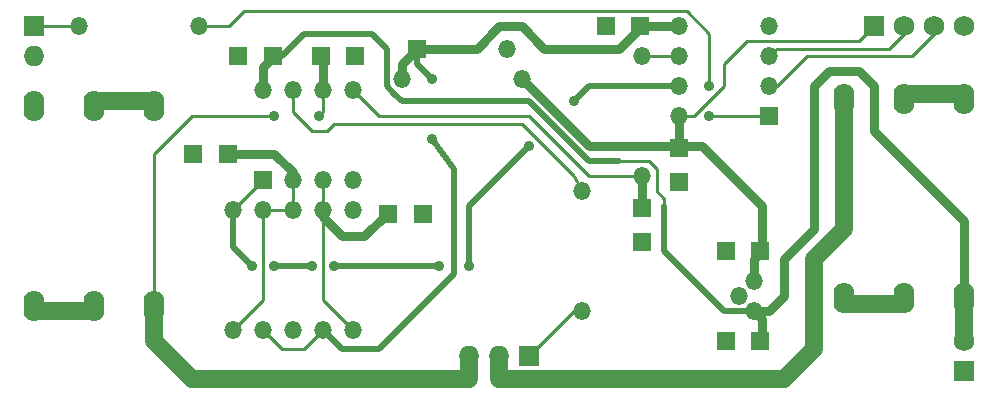
<source format=gtl>
G04 (created by PCBNEW (22-Jun-2014 BZR 4027)-stable) date Sun 11 Feb 2018 06:49:22 AM CST*
%MOIN*%
G04 Gerber Fmt 3.4, Leading zero omitted, Abs format*
%FSLAX34Y34*%
G01*
G70*
G90*
G04 APERTURE LIST*
%ADD10C,0.00590551*%
%ADD11R,0.069X0.069*%
%ADD12O,0.069X0.069*%
%ADD13C,0.069*%
%ADD14O,0.059X0.059*%
%ADD15R,0.059X0.059*%
%ADD16R,0.064X0.059*%
%ADD17R,0.059X0.064*%
%ADD18O,0.069X0.1035*%
%ADD19C,0.035*%
%ADD20C,0.01*%
%ADD21C,0.02*%
%ADD22C,0.03*%
%ADD23C,0.06*%
G04 APERTURE END LIST*
G54D10*
G54D11*
X63000Y-75500D03*
G54D12*
X62000Y-75500D03*
X61000Y-75500D03*
G54D11*
X74500Y-64500D03*
G54D13*
X75500Y-64500D03*
X76500Y-64500D03*
X77500Y-64500D03*
G54D14*
X70500Y-74000D03*
X70000Y-73500D03*
X70500Y-73000D03*
G54D11*
X77500Y-76000D03*
G54D13*
X77500Y-75000D03*
G54D11*
X46500Y-64500D03*
G54D12*
X46500Y-65500D03*
G54D15*
X54125Y-69625D03*
G54D14*
X55125Y-69625D03*
X56125Y-69625D03*
X57125Y-69625D03*
X57125Y-66625D03*
X56125Y-66625D03*
X54125Y-66625D03*
X55125Y-66625D03*
G54D15*
X71000Y-67500D03*
G54D14*
X71000Y-66500D03*
X71000Y-65500D03*
X71000Y-64500D03*
X68000Y-64500D03*
X68000Y-65500D03*
X68000Y-67500D03*
X68000Y-66500D03*
G54D15*
X59250Y-65250D03*
G54D14*
X62250Y-65250D03*
G54D16*
X58300Y-70750D03*
X59450Y-70750D03*
X66700Y-64500D03*
X65550Y-64500D03*
X70700Y-72000D03*
X69550Y-72000D03*
G54D17*
X68000Y-68550D03*
X68000Y-69700D03*
G54D16*
X70700Y-75000D03*
X69550Y-75000D03*
X54450Y-65500D03*
X53300Y-65500D03*
X52950Y-68750D03*
X51800Y-68750D03*
G54D17*
X66750Y-70550D03*
X66750Y-71700D03*
G54D16*
X56050Y-65500D03*
X57200Y-65500D03*
G54D14*
X64750Y-74000D03*
X64750Y-70000D03*
X66750Y-69500D03*
X66750Y-65500D03*
X57125Y-74625D03*
X57125Y-70625D03*
X56125Y-74625D03*
X56125Y-70625D03*
X55125Y-74625D03*
X55125Y-70625D03*
X54125Y-70625D03*
X54125Y-74625D03*
X53125Y-74625D03*
X53125Y-70625D03*
G54D18*
X73500Y-66922D03*
X73500Y-73577D03*
X75500Y-73577D03*
X75500Y-66922D03*
X77500Y-66922D03*
X77500Y-73577D03*
X46500Y-67172D03*
X46500Y-73827D03*
X48500Y-73827D03*
X48500Y-67172D03*
X50500Y-67172D03*
X50500Y-73827D03*
G54D14*
X48000Y-64500D03*
X52000Y-64500D03*
X58750Y-66250D03*
X62750Y-66250D03*
G54D19*
X59750Y-68250D03*
X59750Y-66250D03*
X53750Y-72500D03*
X54500Y-72500D03*
X55750Y-72500D03*
X56500Y-72500D03*
X60000Y-72500D03*
X61000Y-72500D03*
X63000Y-68500D03*
X64500Y-67000D03*
X69000Y-67500D03*
X69000Y-66500D03*
X56000Y-67500D03*
X54500Y-67500D03*
G54D20*
X67500Y-70500D02*
X67500Y-70250D01*
G54D21*
X69500Y-74000D02*
X67500Y-72000D01*
X67500Y-72000D02*
X67500Y-70500D01*
X70500Y-74000D02*
X69500Y-74000D01*
X54750Y-65500D02*
X54500Y-65500D01*
X55500Y-64750D02*
X54750Y-65500D01*
X56500Y-64750D02*
X55500Y-64750D01*
X57750Y-64750D02*
X56500Y-64750D01*
X58250Y-65250D02*
X57750Y-64750D01*
X58250Y-65750D02*
X58250Y-65250D01*
X58250Y-66500D02*
X58250Y-65750D01*
X58500Y-66750D02*
X58250Y-66500D01*
X58750Y-67000D02*
X58500Y-66750D01*
X63000Y-67000D02*
X58750Y-67000D01*
X65000Y-69000D02*
X63000Y-67000D01*
X65000Y-69000D02*
X65000Y-69000D01*
X66000Y-69000D02*
X65000Y-69000D01*
G54D20*
X67000Y-69000D02*
X66000Y-69000D01*
X67250Y-69250D02*
X67000Y-69000D01*
X67250Y-70000D02*
X67250Y-69250D01*
X67500Y-70250D02*
X67250Y-70000D01*
G54D22*
X54125Y-66625D02*
X54125Y-65875D01*
X54125Y-65875D02*
X54500Y-65500D01*
X70750Y-75000D02*
X70750Y-74250D01*
X70750Y-74250D02*
X70500Y-74000D01*
X77500Y-73750D02*
X77500Y-71000D01*
X71000Y-74000D02*
X70500Y-74000D01*
X71500Y-73500D02*
X71000Y-74000D01*
X71500Y-72250D02*
X71500Y-73500D01*
X72500Y-71250D02*
X71500Y-72250D01*
X72500Y-66500D02*
X72500Y-71250D01*
X73000Y-66000D02*
X72500Y-66500D01*
X74000Y-66000D02*
X73000Y-66000D01*
X74500Y-66500D02*
X74000Y-66000D01*
X74500Y-68000D02*
X74500Y-66500D01*
X77500Y-71000D02*
X74500Y-68000D01*
G54D23*
X77500Y-75000D02*
X77500Y-73750D01*
G54D21*
X59250Y-65250D02*
X59250Y-65750D01*
X56750Y-75250D02*
X56125Y-74625D01*
X58000Y-75250D02*
X56750Y-75250D01*
X60500Y-72750D02*
X58000Y-75250D01*
X60500Y-69250D02*
X60500Y-72750D01*
X59750Y-68250D02*
X60500Y-69250D01*
X59250Y-65750D02*
X59750Y-66250D01*
G54D20*
X54125Y-74625D02*
X54750Y-75250D01*
X54750Y-75250D02*
X55500Y-75250D01*
X55500Y-75250D02*
X56125Y-74625D01*
G54D22*
X59250Y-65250D02*
X61250Y-65250D01*
X66000Y-65250D02*
X66750Y-64500D01*
X63500Y-65250D02*
X66000Y-65250D01*
X62750Y-64500D02*
X63500Y-65250D01*
X62000Y-64500D02*
X62750Y-64500D01*
X61250Y-65250D02*
X62000Y-64500D01*
X58750Y-66250D02*
X58750Y-65750D01*
X58750Y-65750D02*
X59250Y-65250D01*
X66750Y-64500D02*
X68000Y-64500D01*
X65500Y-68500D02*
X65000Y-68500D01*
X68000Y-68500D02*
X65500Y-68500D01*
X65000Y-68500D02*
X62750Y-66250D01*
X68000Y-68500D02*
X68750Y-68500D01*
X70750Y-70500D02*
X70750Y-72000D01*
X68750Y-68500D02*
X70750Y-70500D01*
X70500Y-73000D02*
X70500Y-72250D01*
X70500Y-72250D02*
X70750Y-72000D01*
X68000Y-67500D02*
X68000Y-68500D01*
G54D20*
X68000Y-67500D02*
X68500Y-67500D01*
X74000Y-65000D02*
X74500Y-64500D01*
X70250Y-65000D02*
X74000Y-65000D01*
X69500Y-65750D02*
X70250Y-65000D01*
X69500Y-66500D02*
X69500Y-65750D01*
X68500Y-67500D02*
X69500Y-66500D01*
G54D21*
X68000Y-66500D02*
X65000Y-66500D01*
X53125Y-71875D02*
X53125Y-70625D01*
X53750Y-72500D02*
X53125Y-71875D01*
X55750Y-72500D02*
X54500Y-72500D01*
X60000Y-72500D02*
X56500Y-72500D01*
X61000Y-70500D02*
X61000Y-72500D01*
X63000Y-68500D02*
X61000Y-70500D01*
X65000Y-66500D02*
X64500Y-67000D01*
G54D20*
X53125Y-70625D02*
X54125Y-69625D01*
X53500Y-64000D02*
X53000Y-64500D01*
X69000Y-66500D02*
X69000Y-64750D01*
X69000Y-64750D02*
X68250Y-64000D01*
X68250Y-64000D02*
X64750Y-64000D01*
X64750Y-64000D02*
X53750Y-64000D01*
X53750Y-64000D02*
X53500Y-64000D01*
X71000Y-67500D02*
X69000Y-67500D01*
X53000Y-64500D02*
X52000Y-64500D01*
X48000Y-64500D02*
X46500Y-64500D01*
X62750Y-67750D02*
X56500Y-67750D01*
X55750Y-68000D02*
X55125Y-67375D01*
X55125Y-67375D02*
X55125Y-66625D01*
X56250Y-68000D02*
X55750Y-68000D01*
X56500Y-67750D02*
X56250Y-68000D01*
X64750Y-70000D02*
X64500Y-69500D01*
X62750Y-67750D02*
X62750Y-67750D01*
X64500Y-69500D02*
X62750Y-67750D01*
X64750Y-74000D02*
X64500Y-74000D01*
X64500Y-74000D02*
X63000Y-75500D01*
G54D23*
X51500Y-76000D02*
X51750Y-76250D01*
X50500Y-74000D02*
X50500Y-75000D01*
X51500Y-76000D02*
X50500Y-75000D01*
X61000Y-76250D02*
X61000Y-75500D01*
X51750Y-76250D02*
X61000Y-76250D01*
G54D20*
X50500Y-74000D02*
X50500Y-68750D01*
X56125Y-67375D02*
X56125Y-66625D01*
X56000Y-67500D02*
X56125Y-67375D01*
X51750Y-67500D02*
X54500Y-67500D01*
X50500Y-68750D02*
X51750Y-67500D01*
G54D22*
X56125Y-66625D02*
X56125Y-65625D01*
X56125Y-65625D02*
X56000Y-65500D01*
G54D20*
X56125Y-70625D02*
X56125Y-73625D01*
X56125Y-73625D02*
X57125Y-74625D01*
X56125Y-70625D02*
X56125Y-69625D01*
G54D22*
X58250Y-70750D02*
X57500Y-71500D01*
X56125Y-70875D02*
X56125Y-70625D01*
X56750Y-71500D02*
X56125Y-70875D01*
X57500Y-71500D02*
X56750Y-71500D01*
G54D20*
X54125Y-70625D02*
X54125Y-73625D01*
X54125Y-73625D02*
X53125Y-74625D01*
X54125Y-70625D02*
X55125Y-70625D01*
G54D22*
X53000Y-68750D02*
X54500Y-68750D01*
X55125Y-69375D02*
X55125Y-69625D01*
X54500Y-68750D02*
X55125Y-69375D01*
G54D20*
X55125Y-70625D02*
X55125Y-69625D01*
G54D23*
X50500Y-67000D02*
X48500Y-67000D01*
X48500Y-74000D02*
X46500Y-74000D01*
X75500Y-66750D02*
X77500Y-66750D01*
X73500Y-73750D02*
X75500Y-73750D01*
X71750Y-76000D02*
X71500Y-76250D01*
X73500Y-66750D02*
X73500Y-71250D01*
X72500Y-75250D02*
X71750Y-76000D01*
X72500Y-72250D02*
X72500Y-75250D01*
X73500Y-71250D02*
X72500Y-72250D01*
X62000Y-76250D02*
X62000Y-75500D01*
X71500Y-76250D02*
X62000Y-76250D01*
G54D20*
X66750Y-69500D02*
X65000Y-69500D01*
X58000Y-67500D02*
X57125Y-66625D01*
X63000Y-67500D02*
X58000Y-67500D01*
X65000Y-69500D02*
X63000Y-67500D01*
G54D22*
X66750Y-69500D02*
X66750Y-70500D01*
G54D20*
X68000Y-65500D02*
X66750Y-65500D01*
X76500Y-64500D02*
X76500Y-64750D01*
X71250Y-66500D02*
X71000Y-66500D01*
X72250Y-65500D02*
X71250Y-66500D01*
X75750Y-65500D02*
X72250Y-65500D01*
X76500Y-64750D02*
X75750Y-65500D01*
X75500Y-64500D02*
X75500Y-64750D01*
X71250Y-65250D02*
X71000Y-65500D01*
X75000Y-65250D02*
X71250Y-65250D01*
X75500Y-64750D02*
X75000Y-65250D01*
M02*

</source>
